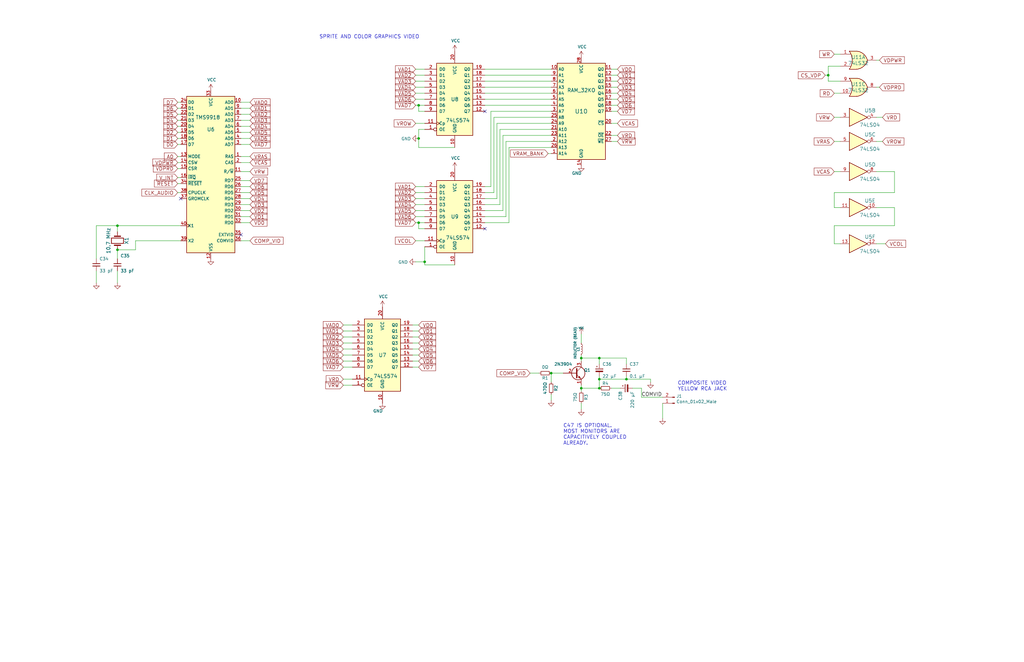
<source format=kicad_sch>
(kicad_sch (version 20211123) (generator eeschema)
  (paper "B")
  (lib_symbols
    (symbol "74xx:74LS04"
      (property "Reference" "U" (at 0 1.27 0))
      (property "Value" "74LS04" (at 0 -1.27 0))
      (symbol "74LS04_1_0"
        (pin input line (at -7.62 0 0) (length 3.81) (name "~") (number "1"))
        (pin output inverted (at 7.62 0 180) (length 3.81) (name "~") (number "2"))
      )
      (symbol "74LS04_2_0"
        (pin input line (at -7.62 0 0) (length 3.81) (name "~") (number "3"))
        (pin output inverted (at 7.62 0 180) (length 3.81) (name "~") (number "4"))
      )
      (symbol "74LS04_3_0"
        (pin input line (at -7.62 0 0) (length 3.81) (name "~") (number "5"))
        (pin output inverted (at 7.62 0 180) (length 3.81) (name "~") (number "6"))
      )
      (symbol "74LS04_4_0"
        (pin output inverted (at 7.62 0 180) (length 3.81) (name "~") (number "8"))
        (pin input line (at -7.62 0 0) (length 3.81) (name "~") (number "9"))
      )
      (symbol "74LS04_5_0"
        (pin output inverted (at 7.62 0 180) (length 3.81) (name "~") (number "10"))
        (pin input line (at -7.62 0 0) (length 3.81) (name "~") (number "11"))
      )
      (symbol "74LS04_6_0"
        (pin output inverted (at 7.62 0 180) (length 3.81) (name "~") (number "12"))
        (pin input line (at -7.62 0 0) (length 3.81) (name "~") (number "13"))
      )
      (symbol "74LS04_7_0"
        (pin power_in line (at 0 12.7 270) (length 5.08) (name "VCC") (number "14"))
        (pin power_in line (at 0 -12.7 90) (length 5.08) (name "GND") (number "7"))
      )
    )
    (symbol "74xx:74LS32" (pin_names (offset 1.016))
      (property "Reference" "U" (at 0 1.27 0))
      (property "Value" "74LS32" (at 0 -1.27 0))
      (symbol "74LS32_1_1"
        (pin input line (at -7.62 2.54 0) (length 4.318) (name "~") (number "1"))
        (pin input line (at -7.62 -2.54 0) (length 4.318) (name "~") (number "2"))
        (pin output line (at 7.62 0 180) (length 3.81) (name "~") (number "3"))
      )
      (symbol "74LS32_1_2"
        (pin input inverted (at -7.62 2.54 0) (length 3.81) (name "~") (number "1"))
        (pin input inverted (at -7.62 -2.54 0) (length 3.81) (name "~") (number "2"))
        (pin output inverted (at 7.62 0 180) (length 3.81) (name "~") (number "3"))
      )
      (symbol "74LS32_2_1"
        (pin input line (at -7.62 2.54 0) (length 4.318) (name "~") (number "4"))
        (pin input line (at -7.62 -2.54 0) (length 4.318) (name "~") (number "5"))
        (pin output line (at 7.62 0 180) (length 3.81) (name "~") (number "6"))
      )
      (symbol "74LS32_2_2"
        (pin input inverted (at -7.62 2.54 0) (length 3.81) (name "~") (number "4"))
        (pin input inverted (at -7.62 -2.54 0) (length 3.81) (name "~") (number "5"))
        (pin output inverted (at 7.62 0 180) (length 3.81) (name "~") (number "6"))
      )
      (symbol "74LS32_3_1"
        (pin input line (at -7.62 -2.54 0) (length 4.318) (name "~") (number "10"))
        (pin output line (at 7.62 0 180) (length 3.81) (name "~") (number "8"))
        (pin input line (at -7.62 2.54 0) (length 4.318) (name "~") (number "9"))
      )
      (symbol "74LS32_3_2"
        (pin input inverted (at -7.62 -2.54 0) (length 3.81) (name "~") (number "10"))
        (pin output inverted (at 7.62 0 180) (length 3.81) (name "~") (number "8"))
        (pin input inverted (at -7.62 2.54 0) (length 3.81) (name "~") (number "9"))
      )
      (symbol "74LS32_4_1"
        (pin output line (at 7.62 0 180) (length 3.81) (name "~") (number "11"))
        (pin input line (at -7.62 2.54 0) (length 4.318) (name "~") (number "12"))
        (pin input line (at -7.62 -2.54 0) (length 4.318) (name "~") (number "13"))
      )
      (symbol "74LS32_4_2"
        (pin output inverted (at 7.62 0 180) (length 3.81) (name "~") (number "11"))
        (pin input inverted (at -7.62 2.54 0) (length 3.81) (name "~") (number "12"))
        (pin input inverted (at -7.62 -2.54 0) (length 3.81) (name "~") (number "13"))
      )
      (symbol "74LS32_5_0"
        (pin power_in line (at 0 12.7 270) (length 5.08) (name "VCC") (number "14"))
        (pin power_in line (at 0 -12.7 90) (length 5.08) (name "GND") (number "7"))
      )
    )
    (symbol "74xx:74LS574" (pin_names (offset 1.016))
      (property "Reference" "U" (at -7.62 16.51 0))
      (property "Value" "74LS574" (at -7.62 -16.51 0))
      (symbol "74LS574_1_0"
        (pin input inverted (at -12.7 -12.7 0) (length 5.08) (name "OE") (number "1"))
        (pin power_in line (at 0 -20.32 90) (length 5.08) (name "GND") (number "10"))
        (pin input clock (at -12.7 -10.16 0) (length 5.08) (name "Cp") (number "11"))
        (pin tri_state line (at 12.7 -5.08 180) (length 5.08) (name "Q7") (number "12"))
        (pin tri_state line (at 12.7 -2.54 180) (length 5.08) (name "Q6") (number "13"))
        (pin tri_state line (at 12.7 0 180) (length 5.08) (name "Q5") (number "14"))
        (pin tri_state line (at 12.7 2.54 180) (length 5.08) (name "Q4") (number "15"))
        (pin tri_state line (at 12.7 5.08 180) (length 5.08) (name "Q3") (number "16"))
        (pin tri_state line (at 12.7 7.62 180) (length 5.08) (name "Q2") (number "17"))
        (pin tri_state line (at 12.7 10.16 180) (length 5.08) (name "Q1") (number "18"))
        (pin tri_state line (at 12.7 12.7 180) (length 5.08) (name "Q0") (number "19"))
        (pin input line (at -12.7 12.7 0) (length 5.08) (name "D0") (number "2"))
        (pin power_in line (at 0 20.32 270) (length 5.08) (name "VCC") (number "20"))
        (pin input line (at -12.7 10.16 0) (length 5.08) (name "D1") (number "3"))
        (pin input line (at -12.7 7.62 0) (length 5.08) (name "D2") (number "4"))
        (pin input line (at -12.7 5.08 0) (length 5.08) (name "D3") (number "5"))
        (pin input line (at -12.7 2.54 0) (length 5.08) (name "D4") (number "6"))
        (pin input line (at -12.7 0 0) (length 5.08) (name "D5") (number "7"))
        (pin input line (at -12.7 -2.54 0) (length 5.08) (name "D6") (number "8"))
        (pin input line (at -12.7 -5.08 0) (length 5.08) (name "D7") (number "9"))
      )
    )
    (symbol "CUSTOM_CPU:TMS9918"
      (property "Reference" "U" (at 0 0 0))
      (property "Value" "TMS9918" (at 0 -2.54 0))
      (symbol "TMS9918_1_1"
        (pin output line (at 13.97 -16.51 180) (length 2.54) (name "RAS") (number "1"))
        (pin output line (at 13.97 6.35 180) (length 2.54) (name "AD0") (number "10"))
        (pin output line (at 13.97 -22.86 180) (length 2.54) (name "R/~{W}") (number "11"))
        (pin power_in line (at 1.27 -59.69 90) (length 2.54) (name "VSS") (number "12"))
        (pin input line (at -11.43 -16.51 0) (length 2.54) (name "MODE") (number "13"))
        (pin input line (at -11.43 -19.05 0) (length 2.54) (name "CSW") (number "14"))
        (pin input line (at -11.43 -21.59 0) (length 2.54) (name "CSR") (number "15"))
        (pin open_collector line (at -11.43 -25.4 0) (length 2.54) (name "~{IRQ}") (number "16"))
        (pin bidirectional line (at -11.43 -11.43 0) (length 2.54) (name "D7") (number "17"))
        (pin bidirectional line (at -11.43 -8.89 0) (length 2.54) (name "D6") (number "18"))
        (pin bidirectional line (at -11.43 -6.35 0) (length 2.54) (name "D5") (number "19"))
        (pin output line (at 13.97 -19.05 180) (length 2.54) (name "CAS") (number "2"))
        (pin bidirectional line (at -11.43 -3.81 0) (length 2.54) (name "D4") (number "20"))
        (pin bidirectional line (at -11.43 -1.27 0) (length 2.54) (name "D3") (number "21"))
        (pin bidirectional line (at -11.43 1.27 0) (length 2.54) (name "D2") (number "22"))
        (pin bidirectional line (at -11.43 3.81 0) (length 2.54) (name "D1") (number "23"))
        (pin bidirectional line (at -11.43 6.35 0) (length 2.54) (name "D0") (number "24"))
        (pin output line (at 13.97 -26.67 180) (length 2.54) (name "RD7") (number "25"))
        (pin output line (at 13.97 -29.21 180) (length 2.54) (name "RD6") (number "26"))
        (pin output line (at 13.97 -31.75 180) (length 2.54) (name "RD5") (number "27"))
        (pin output line (at 13.97 -34.29 180) (length 2.54) (name "RD4") (number "28"))
        (pin output line (at 13.97 -36.83 180) (length 2.54) (name "RD3") (number "29"))
        (pin output line (at 13.97 -11.43 180) (length 2.54) (name "AD7") (number "3"))
        (pin output line (at 13.97 -39.37 180) (length 2.54) (name "RD2") (number "30"))
        (pin output line (at 13.97 -41.91 180) (length 2.54) (name "RD1") (number "31"))
        (pin output line (at 13.97 -44.45 180) (length 2.54) (name "RD0") (number "32"))
        (pin power_in line (at 1.27 11.43 270) (length 2.54) (name "VCC") (number "33"))
        (pin input line (at -11.43 -27.94 0) (length 2.54) (name "~{RESET}") (number "34"))
        (pin input line (at 13.97 -49.53 180) (length 2.54) (name "EXTVID") (number "35"))
        (pin output line (at 13.97 -52.07 180) (length 2.54) (name "COMVID") (number "36"))
        (pin input line (at -11.43 -34.29 0) (length 2.54) (name "GROMCLK") (number "37"))
        (pin output line (at -11.43 -31.75 0) (length 2.54) (name "CPUCLK") (number "38"))
        (pin input line (at -11.43 -52.07 0) (length 2.54) (name "X2") (number "39"))
        (pin output line (at 13.97 -8.89 180) (length 2.54) (name "AD6") (number "4"))
        (pin input clock (at -11.43 -45.72 0) (length 2.54) (name "X1") (number "40"))
        (pin output line (at 13.97 -6.35 180) (length 2.54) (name "AD5") (number "5"))
        (pin output line (at 13.97 -3.81 180) (length 2.54) (name "AD4") (number "6"))
        (pin output line (at 13.97 -1.27 180) (length 2.54) (name "AD3") (number "7"))
        (pin output line (at 13.97 1.27 180) (length 2.54) (name "AD2") (number "8"))
        (pin output line (at 13.97 3.81 180) (length 2.54) (name "AD1") (number "9"))
      )
    )
    (symbol "Connector:Conn_01x02_Male" (pin_names (offset 1.016) hide)
      (property "Reference" "J" (at 0 2.54 0))
      (property "Value" "Conn_01x02_Male" (at 0 -5.08 0))
      (symbol "Conn_01x02_Male_1_1"
        (pin passive line (at 5.08 0 180) (length 3.81) (name "Pin_1") (number "1"))
        (pin passive line (at 5.08 -2.54 180) (length 3.81) (name "Pin_2") (number "2"))
      )
    )
    (symbol "Device:C_Polarized_Small" (pin_numbers hide) (pin_names (offset 0.254) hide)
      (property "Reference" "C" (at 0.254 1.778 0))
      (property "Value" "C_Polarized_Small" (at 0.254 -2.032 0))
      (symbol "C_Polarized_Small_1_1"
        (pin passive line (at 0 2.54 270) (length 1.8542) (name "~") (number "1"))
        (pin passive line (at 0 -2.54 90) (length 1.8542) (name "~") (number "2"))
      )
    )
    (symbol "Device:C_Small" (pin_numbers hide) (pin_names (offset 0.254) hide)
      (property "Reference" "C" (at 0.254 1.778 0))
      (property "Value" "C_Small" (at 0.254 -2.032 0))
      (symbol "C_Small_1_1"
        (pin passive line (at 0 2.54 270) (length 2.032) (name "~") (number "1"))
        (pin passive line (at 0 -2.54 90) (length 2.032) (name "~") (number "2"))
      )
    )
    (symbol "Device:Crystal" (pin_numbers hide) (pin_names (offset 1.016) hide)
      (property "Reference" "Y" (at 0 3.81 0))
      (property "Value" "Crystal" (at 0 -3.81 0))
      (symbol "Crystal_1_1"
        (pin passive line (at -3.81 0 0) (length 1.27) (name "1") (number "1"))
        (pin passive line (at 3.81 0 180) (length 1.27) (name "2") (number "2"))
      )
    )
    (symbol "Device:L_Small" (pin_numbers hide) (pin_names (offset 0.254) hide)
      (property "Reference" "L" (at 0.762 1.016 0))
      (property "Value" "L_Small" (at 0.762 -1.016 0))
      (symbol "L_Small_1_1"
        (pin passive line (at 0 2.54 270) (length 0.508) (name "~") (number "1"))
        (pin passive line (at 0 -2.54 90) (length 0.508) (name "~") (number "2"))
      )
    )
    (symbol "Device:Q_NPN_EBC" (pin_names (offset 0) hide)
      (property "Reference" "Q" (at 5.08 1.27 0))
      (property "Value" "Q_NPN_EBC" (at 5.08 -1.27 0))
      (symbol "Q_NPN_EBC_1_1"
        (pin passive line (at 2.54 -5.08 90) (length 2.54) (name "E") (number "1"))
        (pin passive line (at -5.08 0 0) (length 5.715) (name "B") (number "2"))
        (pin passive line (at 2.54 5.08 270) (length 2.54) (name "C") (number "3"))
      )
    )
    (symbol "Device:R_Small" (pin_numbers hide) (pin_names (offset 0.254) hide)
      (property "Reference" "R" (at 0.762 0.508 0))
      (property "Value" "R_Small" (at 0.762 -1.016 0))
      (symbol "R_Small_1_1"
        (pin passive line (at 0 2.54 270) (length 0.762) (name "~") (number "1"))
        (pin passive line (at 0 -2.54 90) (length 0.762) (name "~") (number "2"))
      )
    )
    (symbol "Memory_RAM:CY62256-70PC"
      (property "Reference" "U" (at -10.16 20.955 0))
      (property "Value" "CY62256-70PC" (at 2.54 20.955 0))
      (symbol "CY62256-70PC_0_0"
        (pin power_in line (at 0 -22.86 90) (length 2.54) (name "GND") (number "14"))
        (pin power_in line (at 0 22.86 270) (length 2.54) (name "VCC") (number "28"))
      )
      (symbol "CY62256-70PC_1_1"
        (pin input line (at -12.7 -17.78 0) (length 2.54) (name "A14") (number "1"))
        (pin input line (at -12.7 17.78 0) (length 2.54) (name "A0") (number "10"))
        (pin tri_state line (at 12.7 17.78 180) (length 2.54) (name "Q0") (number "11"))
        (pin tri_state line (at 12.7 15.24 180) (length 2.54) (name "Q1") (number "12"))
        (pin tri_state line (at 12.7 12.7 180) (length 2.54) (name "Q2") (number "13"))
        (pin tri_state line (at 12.7 10.16 180) (length 2.54) (name "Q3") (number "15"))
        (pin tri_state line (at 12.7 7.62 180) (length 2.54) (name "Q4") (number "16"))
        (pin tri_state line (at 12.7 5.08 180) (length 2.54) (name "Q5") (number "17"))
        (pin tri_state line (at 12.7 2.54 180) (length 2.54) (name "Q6") (number "18"))
        (pin tri_state line (at 12.7 0 180) (length 2.54) (name "Q7") (number "19"))
        (pin input line (at -12.7 -12.7 0) (length 2.54) (name "A12") (number "2"))
        (pin input line (at 12.7 -5.08 180) (length 2.54) (name "~{CS}") (number "20"))
        (pin input line (at -12.7 -7.62 0) (length 2.54) (name "A10") (number "21"))
        (pin input line (at 12.7 -10.16 180) (length 2.54) (name "~{OE}") (number "22"))
        (pin input line (at -12.7 -10.16 0) (length 2.54) (name "A11") (number "23"))
        (pin input line (at -12.7 -5.08 0) (length 2.54) (name "A9") (number "24"))
        (pin input line (at -12.7 -2.54 0) (length 2.54) (name "A8") (number "25"))
        (pin input line (at -12.7 -15.24 0) (length 2.54) (name "A13") (number "26"))
        (pin input line (at 12.7 -12.7 180) (length 2.54) (name "~{WE}") (number "27"))
        (pin input line (at -12.7 0 0) (length 2.54) (name "A7") (number "3"))
        (pin input line (at -12.7 2.54 0) (length 2.54) (name "A6") (number "4"))
        (pin input line (at -12.7 5.08 0) (length 2.54) (name "A5") (number "5"))
        (pin input line (at -12.7 7.62 0) (length 2.54) (name "A4") (number "6"))
        (pin input line (at -12.7 10.16 0) (length 2.54) (name "A3") (number "7"))
        (pin input line (at -12.7 12.7 0) (length 2.54) (name "A2") (number "8"))
        (pin input line (at -12.7 15.24 0) (length 2.54) (name "A1") (number "9"))
      )
    )
    (symbol "power:GND" (power) (pin_names (offset 0))
      (property "Value" "GND" (at 0 -3.81 0))
      (symbol "GND_1_1"
        (pin power_in line (at 0 0 270) (length 0) hide (name "GND") (number "1"))
      )
    )
    (symbol "power:VCC" (power) (pin_names (offset 0))
      (property "Value" "VCC" (at 0 3.81 0))
      (symbol "VCC_1_1"
        (pin power_in line (at 0 0 90) (length 0) hide (name "VCC") (number "1"))
      )
    )
  )
  (junction (at 245.11 151.13))
  (junction (at 49.53 95.25))
  (junction (at 349.25 31.75))
  (junction (at 176.53 44.45))
  (junction (at 232.41 157.48))
  (junction (at 252.73 163.83))
  (junction (at 49.53 105.41))
  (junction (at 176.53 58.42))
  (junction (at 252.73 160.02))
  (junction (at 252.73 151.13))
  (junction (at 176.53 93.98))
  (junction (at 245.11 163.83))
  (junction (at 264.16 160.02))
  (junction (at 179.07 110.49))
  (no_connect (at 101.6 99.06))
  (no_connect (at 204.47 46.99))
  (no_connect (at 204.47 96.52))
  (no_connect (at 76.2 83.82))
  (wire (pts (xy 245.11 170.18) (xy 245.11 172.72)))
  (wire (pts (xy 257.81 31.75) (xy 260.35 31.75)))
  (wire (pts (xy 351.79 87.63) (xy 354.33 87.63)))
  (wire (pts (xy 210.82 54.61) (xy 232.41 54.61)))
  (wire (pts (xy 191.77 111.76) (xy 179.07 111.76)))
  (wire (pts (xy 144.78 139.7) (xy 148.59 139.7)))
  (wire (pts (xy 191.77 62.23) (xy 176.53 62.23)))
  (wire (pts (xy 266.7 163.83) (xy 270.51 163.83)))
  (wire (pts (xy 175.26 88.9) (xy 179.07 88.9)))
  (wire (pts (xy 204.47 31.75) (xy 232.41 31.75)))
  (wire (pts (xy 74.93 68.58) (xy 76.2 68.58)))
  (wire (pts (xy 74.93 58.42) (xy 76.2 58.42)))
  (wire (pts (xy 175.26 29.21) (xy 179.07 29.21)))
  (wire (pts (xy 101.6 72.39) (xy 105.41 72.39)))
  (wire (pts (xy 175.26 52.07) (xy 179.07 52.07)))
  (wire (pts (xy 74.93 43.18) (xy 76.2 43.18)))
  (wire (pts (xy 144.78 142.24) (xy 148.59 142.24)))
  (wire (pts (xy 257.81 57.15) (xy 260.35 57.15)))
  (wire (pts (xy 257.81 59.69) (xy 260.35 59.69)))
  (wire (pts (xy 173.99 142.24) (xy 176.53 142.24)))
  (wire (pts (xy 245.11 151.13) (xy 245.11 152.4)))
  (wire (pts (xy 175.26 44.45) (xy 176.53 44.45)))
  (wire (pts (xy 101.6 58.42) (xy 105.41 58.42)))
  (wire (pts (xy 369.57 25.4) (xy 370.84 25.4)))
  (wire (pts (xy 209.55 83.82) (xy 209.55 52.07)))
  (wire (pts (xy 74.93 60.96) (xy 76.2 60.96)))
  (wire (pts (xy 369.57 72.39) (xy 377.19 72.39)))
  (wire (pts (xy 101.6 86.36) (xy 105.41 86.36)))
  (wire (pts (xy 214.63 93.98) (xy 214.63 62.23)))
  (wire (pts (xy 179.07 96.52) (xy 176.53 96.52)))
  (wire (pts (xy 76.2 101.6) (xy 57.15 101.6)))
  (wire (pts (xy 252.73 163.83) (xy 252.73 160.02)))
  (wire (pts (xy 369.57 36.83) (xy 370.84 36.83)))
  (wire (pts (xy 179.07 111.76) (xy 179.07 110.49)))
  (wire (pts (xy 173.99 152.4) (xy 176.53 152.4)))
  (wire (pts (xy 101.6 43.18) (xy 105.41 43.18)))
  (wire (pts (xy 232.41 166.37) (xy 232.41 168.91)))
  (wire (pts (xy 270.51 167.64) (xy 279.4 167.64)))
  (wire (pts (xy 101.6 45.72) (xy 105.41 45.72)))
  (wire (pts (xy 204.47 86.36) (xy 210.82 86.36)))
  (wire (pts (xy 204.47 41.91) (xy 232.41 41.91)))
  (wire (pts (xy 74.93 45.72) (xy 76.2 45.72)))
  (wire (pts (xy 207.01 46.99) (xy 232.41 46.99)))
  (wire (pts (xy 245.11 162.56) (xy 245.11 163.83)))
  (wire (pts (xy 231.14 64.77) (xy 232.41 64.77)))
  (wire (pts (xy 173.99 147.32) (xy 176.53 147.32)))
  (wire (pts (xy 175.26 91.44) (xy 179.07 91.44)))
  (wire (pts (xy 179.07 46.99) (xy 176.53 46.99)))
  (wire (pts (xy 144.78 149.86) (xy 148.59 149.86)))
  (wire (pts (xy 257.81 29.21) (xy 260.35 29.21)))
  (wire (pts (xy 369.57 87.63) (xy 377.19 87.63)))
  (wire (pts (xy 101.6 55.88) (xy 105.41 55.88)))
  (wire (pts (xy 257.81 39.37) (xy 260.35 39.37)))
  (wire (pts (xy 252.73 151.13) (xy 252.73 153.67)))
  (wire (pts (xy 257.81 34.29) (xy 260.35 34.29)))
  (wire (pts (xy 204.47 29.21) (xy 232.41 29.21)))
  (wire (pts (xy 274.32 160.02) (xy 274.32 161.29)))
  (wire (pts (xy 354.33 34.29) (xy 349.25 34.29)))
  (wire (pts (xy 232.41 157.48) (xy 232.41 161.29)))
  (wire (pts (xy 377.19 72.39) (xy 377.19 81.28)))
  (wire (pts (xy 173.99 137.16) (xy 176.53 137.16)))
  (wire (pts (xy 257.81 46.99) (xy 260.35 46.99)))
  (wire (pts (xy 252.73 160.02) (xy 264.16 160.02)))
  (wire (pts (xy 179.07 104.14) (xy 179.07 110.49)))
  (wire (pts (xy 351.79 102.87) (xy 354.33 102.87)))
  (wire (pts (xy 176.53 44.45) (xy 176.53 46.99)))
  (wire (pts (xy 204.47 34.29) (xy 232.41 34.29)))
  (wire (pts (xy 74.93 77.47) (xy 76.2 77.47)))
  (wire (pts (xy 49.53 95.25) (xy 76.2 95.25)))
  (wire (pts (xy 351.79 59.69) (xy 354.33 59.69)))
  (wire (pts (xy 144.78 144.78) (xy 148.59 144.78)))
  (wire (pts (xy 175.26 39.37) (xy 179.07 39.37)))
  (wire (pts (xy 101.6 78.74) (xy 105.41 78.74)))
  (wire (pts (xy 175.26 41.91) (xy 179.07 41.91)))
  (wire (pts (xy 207.01 78.74) (xy 207.01 46.99)))
  (wire (pts (xy 213.36 91.44) (xy 213.36 59.69)))
  (wire (pts (xy 176.53 62.23) (xy 176.53 58.42)))
  (wire (pts (xy 257.81 163.83) (xy 261.62 163.83)))
  (wire (pts (xy 175.26 81.28) (xy 179.07 81.28)))
  (wire (pts (xy 204.47 93.98) (xy 214.63 93.98)))
  (wire (pts (xy 144.78 154.94) (xy 148.59 154.94)))
  (wire (pts (xy 351.79 39.37) (xy 354.33 39.37)))
  (wire (pts (xy 264.16 158.75) (xy 264.16 160.02)))
  (wire (pts (xy 214.63 62.23) (xy 232.41 62.23)))
  (wire (pts (xy 49.53 114.3) (xy 49.53 119.38)))
  (wire (pts (xy 213.36 59.69) (xy 232.41 59.69)))
  (wire (pts (xy 223.52 157.48) (xy 227.33 157.48)))
  (wire (pts (xy 175.26 34.29) (xy 179.07 34.29)))
  (wire (pts (xy 74.93 66.04) (xy 76.2 66.04)))
  (wire (pts (xy 144.78 147.32) (xy 148.59 147.32)))
  (wire (pts (xy 176.53 54.61) (xy 176.53 58.42)))
  (wire (pts (xy 257.81 44.45) (xy 260.35 44.45)))
  (wire (pts (xy 176.53 96.52) (xy 176.53 93.98)))
  (wire (pts (xy 208.28 81.28) (xy 208.28 49.53)))
  (wire (pts (xy 74.93 74.93) (xy 76.2 74.93)))
  (wire (pts (xy 49.53 105.41) (xy 49.53 109.22)))
  (wire (pts (xy 101.6 50.8) (xy 105.41 50.8)))
  (wire (pts (xy 252.73 151.13) (xy 264.16 151.13)))
  (wire (pts (xy 74.93 50.8) (xy 76.2 50.8)))
  (wire (pts (xy 377.19 87.63) (xy 377.19 95.25)))
  (wire (pts (xy 176.53 44.45) (xy 179.07 44.45)))
  (wire (pts (xy 354.33 27.94) (xy 349.25 27.94)))
  (wire (pts (xy 204.47 78.74) (xy 207.01 78.74)))
  (wire (pts (xy 101.6 60.96) (xy 105.41 60.96)))
  (wire (pts (xy 40.64 95.25) (xy 40.64 109.22)))
  (wire (pts (xy 264.16 151.13) (xy 264.16 153.67)))
  (wire (pts (xy 179.07 54.61) (xy 176.53 54.61)))
  (wire (pts (xy 279.4 170.18) (xy 279.4 176.53)))
  (wire (pts (xy 175.26 93.98) (xy 176.53 93.98)))
  (wire (pts (xy 210.82 86.36) (xy 210.82 54.61)))
  (wire (pts (xy 101.6 66.04) (xy 105.41 66.04)))
  (wire (pts (xy 175.26 78.74) (xy 179.07 78.74)))
  (wire (pts (xy 209.55 52.07) (xy 232.41 52.07)))
  (wire (pts (xy 101.6 48.26) (xy 105.41 48.26)))
  (wire (pts (xy 369.57 59.69) (xy 372.11 59.69)))
  (wire (pts (xy 349.25 27.94) (xy 349.25 31.75)))
  (wire (pts (xy 179.07 110.49) (xy 175.26 110.49)))
  (wire (pts (xy 101.6 68.58) (xy 105.41 68.58)))
  (wire (pts (xy 245.11 140.97) (xy 245.11 144.78)))
  (wire (pts (xy 369.57 102.87) (xy 373.38 102.87)))
  (wire (pts (xy 351.79 81.28) (xy 351.79 87.63)))
  (wire (pts (xy 257.81 52.07) (xy 260.35 52.07)))
  (wire (pts (xy 175.26 86.36) (xy 179.07 86.36)))
  (wire (pts (xy 173.99 144.78) (xy 176.53 144.78)))
  (wire (pts (xy 204.47 44.45) (xy 232.41 44.45)))
  (wire (pts (xy 245.11 149.86) (xy 245.11 151.13)))
  (wire (pts (xy 257.81 36.83) (xy 260.35 36.83)))
  (wire (pts (xy 212.09 57.15) (xy 232.41 57.15)))
  (wire (pts (xy 175.26 31.75) (xy 179.07 31.75)))
  (wire (pts (xy 176.53 93.98) (xy 179.07 93.98)))
  (wire (pts (xy 204.47 36.83) (xy 232.41 36.83)))
  (wire (pts (xy 204.47 39.37) (xy 232.41 39.37)))
  (wire (pts (xy 144.78 152.4) (xy 148.59 152.4)))
  (wire (pts (xy 101.6 81.28) (xy 105.41 81.28)))
  (wire (pts (xy 377.19 95.25) (xy 351.79 95.25)))
  (wire (pts (xy 101.6 76.2) (xy 105.41 76.2)))
  (wire (pts (xy 245.11 163.83) (xy 245.11 165.1)))
  (wire (pts (xy 377.19 81.28) (xy 351.79 81.28)))
  (wire (pts (xy 257.81 41.91) (xy 260.35 41.91)))
  (wire (pts (xy 175.26 36.83) (xy 179.07 36.83)))
  (wire (pts (xy 208.28 49.53) (xy 232.41 49.53)))
  (wire (pts (xy 40.64 114.3) (xy 40.64 119.38)))
  (wire (pts (xy 204.47 81.28) (xy 208.28 81.28)))
  (wire (pts (xy 351.79 72.39) (xy 354.33 72.39)))
  (wire (pts (xy 175.26 101.6) (xy 179.07 101.6)))
  (wire (pts (xy 204.47 88.9) (xy 212.09 88.9)))
  (wire (pts (xy 57.15 101.6) (xy 57.15 105.41)))
  (wire (pts (xy 173.99 139.7) (xy 176.53 139.7)))
  (wire (pts (xy 264.16 160.02) (xy 274.32 160.02)))
  (wire (pts (xy 101.6 91.44) (xy 105.41 91.44)))
  (wire (pts (xy 349.25 31.75) (xy 349.25 34.29)))
  (wire (pts (xy 40.64 95.25) (xy 49.53 95.25)))
  (wire (pts (xy 49.53 95.25) (xy 49.53 97.79)))
  (wire (pts (xy 101.6 88.9) (xy 105.41 88.9)))
  (wire (pts (xy 101.6 93.98) (xy 105.41 93.98)))
  (wire (pts (xy 74.93 71.12) (xy 76.2 71.12)))
  (wire (pts (xy 204.47 91.44) (xy 213.36 91.44)))
  (wire (pts (xy 351.79 95.25) (xy 351.79 102.87)))
  (wire (pts (xy 74.93 55.88) (xy 76.2 55.88)))
  (wire (pts (xy 144.78 137.16) (xy 148.59 137.16)))
  (wire (pts (xy 101.6 83.82) (xy 105.41 83.82)))
  (wire (pts (xy 369.57 49.53) (xy 372.11 49.53)))
  (wire (pts (xy 173.99 154.94) (xy 176.53 154.94)))
  (wire (pts (xy 101.6 53.34) (xy 105.41 53.34)))
  (wire (pts (xy 351.79 22.86) (xy 354.33 22.86)))
  (wire (pts (xy 74.93 53.34) (xy 76.2 53.34)))
  (wire (pts (xy 57.15 105.41) (xy 49.53 105.41)))
  (wire (pts (xy 74.93 81.28) (xy 76.2 81.28)))
  (wire (pts (xy 101.6 101.6) (xy 105.41 101.6)))
  (wire (pts (xy 173.99 149.86) (xy 176.53 149.86)))
  (wire (pts (xy 245.11 151.13) (xy 252.73 151.13)))
  (wire (pts (xy 204.47 83.82) (xy 209.55 83.82)))
  (wire (pts (xy 270.51 163.83) (xy 270.51 167.64)))
  (wire (pts (xy 175.26 83.82) (xy 179.07 83.82)))
  (wire (pts (xy 347.98 31.75) (xy 349.25 31.75)))
  (wire (pts (xy 212.09 88.9) (xy 212.09 57.15)))
  (wire (pts (xy 232.41 157.48) (xy 237.49 157.48)))
  (wire (pts (xy 144.78 162.56) (xy 148.59 162.56)))
  (wire (pts (xy 252.73 160.02) (xy 252.73 158.75)))
  (wire (pts (xy 351.79 49.53) (xy 354.33 49.53)))
  (wire (pts (xy 74.93 48.26) (xy 76.2 48.26)))
  (wire (pts (xy 144.78 160.02) (xy 148.59 160.02)))
  (wire (pts (xy 245.11 163.83) (xy 252.73 163.83)))
  (text "SPRITE AND COLOR GRAPHICS VIDEO" (at 134.62 16.51 0) (effects (font (size 1.524 1.524)) (justify left bottom)))
  (text "COMPOSITE VIDEO\nYELLOW RCA JACK" (at 285.75 165.1 0) (effects (font (size 1.524 1.524)) (justify left bottom)))
  (text "C47 IS OPTIONAL.\nMOST MONITORS ARE\nCAPACITIVELY COUPLED\nALREADY." (at 237.49 187.96 0) (effects (font (size 1.524 1.524)) (justify left bottom)))
  (label "COMVID" (at 270.51 167.64 0) (effects (font (size 1.524 1.524))))
  (global_label "VRW" (shape input) (at 260.35 59.69 0) (effects (font (size 1.524 1.524))) (property "Intersheet References" "${INTERSHEET_REFS}" (effects hide)))
  (global_label "VRD" (shape input) (at 372.11 49.53 0) (effects (font (size 1.524 1.524))) (property "Intersheet References" "${INTERSHEET_REFS}" (effects hide)))
  (global_label "CS_VDP" (shape input) (at 347.98 31.75 180) (effects (font (size 1.524 1.524))) (property "Intersheet References" "${INTERSHEET_REFS}" (effects hide)))
  (global_label "WR" (shape input) (at 351.79 22.86 180) (effects (font (size 1.524 1.524))) (property "Intersheet References" "${INTERSHEET_REFS}" (effects hide)))
  (global_label "VROW" (shape input) (at 175.26 52.07 180) (effects (font (size 1.524 1.524))) (property "Intersheet References" "${INTERSHEET_REFS}" (effects hide)))
  (global_label "VD2" (shape input) (at 105.41 88.9 0) (effects (font (size 1.524 1.524))) (property "Intersheet References" "${INTERSHEET_REFS}" (effects hide)))
  (global_label "COMP_VID" (shape input) (at 105.41 101.6 0) (effects (font (size 1.524 1.524))) (property "Intersheet References" "${INTERSHEET_REFS}" (effects hide)))
  (global_label "RD" (shape input) (at 351.79 39.37 180) (effects (font (size 1.524 1.524))) (property "Intersheet References" "${INTERSHEET_REFS}" (effects hide)))
  (global_label "VAD2" (shape input) (at 175.26 31.75 180) (effects (font (size 1.524 1.524))) (property "Intersheet References" "${INTERSHEET_REFS}" (effects hide)))
  (global_label "VAD3" (shape input) (at 175.26 83.82 180) (effects (font (size 1.524 1.524))) (property "Intersheet References" "${INTERSHEET_REFS}" (effects hide)))
  (global_label "VCAS" (shape input) (at 351.79 72.39 180) (effects (font (size 1.524 1.524))) (property "Intersheet References" "${INTERSHEET_REFS}" (effects hide)))
  (global_label "VD7" (shape input) (at 176.53 154.94 0) (effects (font (size 1.524 1.524))) (property "Intersheet References" "${INTERSHEET_REFS}" (effects hide)))
  (global_label "VAD6" (shape input) (at 175.26 91.44 180) (effects (font (size 1.524 1.524))) (property "Intersheet References" "${INTERSHEET_REFS}" (effects hide)))
  (global_label "VCAS" (shape input) (at 105.41 68.58 0) (effects (font (size 1.524 1.524))) (property "Intersheet References" "${INTERSHEET_REFS}" (effects hide)))
  (global_label "RESET" (shape input) (at 74.93 77.47 180) (effects (font (size 1.524 1.524))) (property "Intersheet References" "${INTERSHEET_REFS}" (effects hide)))
  (global_label "VD0" (shape input) (at 260.35 29.21 0) (effects (font (size 1.524 1.524))) (property "Intersheet References" "${INTERSHEET_REFS}" (effects hide)))
  (global_label "VAD6" (shape input) (at 144.78 152.4 180) (effects (font (size 1.524 1.524))) (property "Intersheet References" "${INTERSHEET_REFS}" (effects hide)))
  (global_label "VAD1" (shape input) (at 175.26 78.74 180) (effects (font (size 1.524 1.524))) (property "Intersheet References" "${INTERSHEET_REFS}" (effects hide)))
  (global_label "VD0" (shape input) (at 105.41 93.98 0) (effects (font (size 1.524 1.524))) (property "Intersheet References" "${INTERSHEET_REFS}" (effects hide)))
  (global_label "VRD" (shape input) (at 144.78 160.02 180) (effects (font (size 1.524 1.524))) (property "Intersheet References" "${INTERSHEET_REFS}" (effects hide)))
  (global_label "VD4" (shape input) (at 105.41 83.82 0) (effects (font (size 1.524 1.524))) (property "Intersheet References" "${INTERSHEET_REFS}" (effects hide)))
  (global_label "VCOL" (shape input) (at 175.26 101.6 180) (effects (font (size 1.524 1.524))) (property "Intersheet References" "${INTERSHEET_REFS}" (effects hide)))
  (global_label "V_INT" (shape input) (at 74.93 74.93 180) (effects (font (size 1.524 1.524))) (property "Intersheet References" "${INTERSHEET_REFS}" (effects hide)))
  (global_label "VD4" (shape input) (at 176.53 147.32 0) (effects (font (size 1.524 1.524))) (property "Intersheet References" "${INTERSHEET_REFS}" (effects hide)))
  (global_label "D3" (shape input) (at 74.93 53.34 180) (effects (font (size 1.524 1.524))) (property "Intersheet References" "${INTERSHEET_REFS}" (effects hide)))
  (global_label "A0" (shape input) (at 74.93 66.04 180) (effects (font (size 1.524 1.524))) (property "Intersheet References" "${INTERSHEET_REFS}" (effects hide)))
  (global_label "COMP_VID" (shape input) (at 223.52 157.48 180) (effects (font (size 1.524 1.524))) (property "Intersheet References" "${INTERSHEET_REFS}" (effects hide)))
  (global_label "CLK_AUDIO" (shape input) (at 74.93 81.28 180) (effects (font (size 1.524 1.524))) (property "Intersheet References" "${INTERSHEET_REFS}" (effects hide)))
  (global_label "VAD1" (shape input) (at 105.41 45.72 0) (effects (font (size 1.524 1.524))) (property "Intersheet References" "${INTERSHEET_REFS}" (effects hide)))
  (global_label "VD5" (shape input) (at 176.53 149.86 0) (effects (font (size 1.524 1.524))) (property "Intersheet References" "${INTERSHEET_REFS}" (effects hide)))
  (global_label "VD3" (shape input) (at 260.35 36.83 0) (effects (font (size 1.524 1.524))) (property "Intersheet References" "${INTERSHEET_REFS}" (effects hide)))
  (global_label "D5" (shape input) (at 74.93 48.26 180) (effects (font (size 1.524 1.524))) (property "Intersheet References" "${INTERSHEET_REFS}" (effects hide)))
  (global_label "VDPRD" (shape input) (at 370.84 36.83 0) (effects (font (size 1.524 1.524))) (property "Intersheet References" "${INTERSHEET_REFS}" (effects hide)))
  (global_label "VD1" (shape input) (at 105.41 91.44 0) (effects (font (size 1.524 1.524))) (property "Intersheet References" "${INTERSHEET_REFS}" (effects hide)))
  (global_label "VAD5" (shape input) (at 144.78 149.86 180) (effects (font (size 1.524 1.524))) (property "Intersheet References" "${INTERSHEET_REFS}" (effects hide)))
  (global_label "VD6" (shape input) (at 105.41 78.74 0) (effects (font (size 1.524 1.524))) (property "Intersheet References" "${INTERSHEET_REFS}" (effects hide)))
  (global_label "VD0" (shape input) (at 176.53 137.16 0) (effects (font (size 1.524 1.524))) (property "Intersheet References" "${INTERSHEET_REFS}" (effects hide)))
  (global_label "VD3" (shape input) (at 176.53 144.78 0) (effects (font (size 1.524 1.524))) (property "Intersheet References" "${INTERSHEET_REFS}" (effects hide)))
  (global_label "VAD6" (shape input) (at 175.26 41.91 180) (effects (font (size 1.524 1.524))) (property "Intersheet References" "${INTERSHEET_REFS}" (effects hide)))
  (global_label "D0" (shape input) (at 74.93 60.96 180) (effects (font (size 1.524 1.524))) (property "Intersheet References" "${INTERSHEET_REFS}" (effects hide)))
  (global_label "VD5" (shape input) (at 105.41 81.28 0) (effects (font (size 1.524 1.524))) (property "Intersheet References" "${INTERSHEET_REFS}" (effects hide)))
  (global_label "VAD7" (shape input) (at 144.78 154.94 180) (effects (font (size 1.524 1.524))) (property "Intersheet References" "${INTERSHEET_REFS}" (effects hide)))
  (global_label "D2" (shape input) (at 74.93 55.88 180) (effects (font (size 1.524 1.524))) (property "Intersheet References" "${INTERSHEET_REFS}" (effects hide)))
  (global_label "VAD1" (shape input) (at 175.26 29.21 180) (effects (font (size 1.524 1.524))) (property "Intersheet References" "${INTERSHEET_REFS}" (effects hide)))
  (global_label "VCAS" (shape input) (at 260.35 52.07 0) (effects (font (size 1.524 1.524))) (property "Intersheet References" "${INTERSHEET_REFS}" (effects hide)))
  (global_label "VAD1" (shape input) (at 144.78 139.7 180) (effects (font (size 1.524 1.524))) (property "Intersheet References" "${INTERSHEET_REFS}" (effects hide)))
  (global_label "VAD0" (shape input) (at 144.78 137.16 180) (effects (font (size 1.524 1.524))) (property "Intersheet References" "${INTERSHEET_REFS}" (effects hide)))
  (global_label "VAD7" (shape input) (at 175.26 93.98 180) (effects (font (size 1.524 1.524))) (property "Intersheet References" "${INTERSHEET_REFS}" (effects hide)))
  (global_label "VD7" (shape input) (at 105.41 76.2 0) (effects (font (size 1.524 1.524))) (property "Intersheet References" "${INTERSHEET_REFS}" (effects hide)))
  (global_label "VROW" (shape input) (at 372.11 59.69 0) (effects (font (size 1.524 1.524))) (property "Intersheet References" "${INTERSHEET_REFS}" (effects hide)))
  (global_label "VD6" (shape input) (at 176.53 152.4 0) (effects (font (size 1.524 1.524))) (property "Intersheet References" "${INTERSHEET_REFS}" (effects hide)))
  (global_label "VAD5" (shape input) (at 105.41 55.88 0) (effects (font (size 1.524 1.524))) (property "Intersheet References" "${INTERSHEET_REFS}" (effects hide)))
  (global_label "VAD2" (shape input) (at 144.78 142.24 180) (effects (font (size 1.524 1.524))) (property "Intersheet References" "${INTERSHEET_REFS}" (effects hide)))
  (global_label "VD3" (shape input) (at 105.41 86.36 0) (effects (font (size 1.524 1.524))) (property "Intersheet References" "${INTERSHEET_REFS}" (effects hide)))
  (global_label "D7" (shape input) (at 74.93 43.18 180) (effects (font (size 1.524 1.524))) (property "Intersheet References" "${INTERSHEET_REFS}" (effects hide)))
  (global_label "VAD7" (shape input) (at 175.26 44.45 180) (effects (font (size 1.524 1.524))) (property "Intersheet References" "${INTERSHEET_REFS}" (effects hide)))
  (global_label "VDPRD" (shape input) (at 74.93 71.12 180) (effects (font (size 1.524 1.524))) (property "Intersheet References" "${INTERSHEET_REFS}" (effects hide)))
  (global_label "VRAS" (shape input) (at 351.79 59.69 180) (effects (font (size 1.524 1.524))) (property "Intersheet References" "${INTERSHEET_REFS}" (effects hide)))
  (global_label "VAD3" (shape input) (at 144.78 144.78 180) (effects (font (size 1.524 1.524))) (property "Intersheet References" "${INTERSHEET_REFS}" (effects hide)))
  (global_label "VD2" (shape input) (at 176.53 142.24 0) (effects (font (size 1.524 1.524))) (property "Intersheet References" "${INTERSHEET_REFS}" (effects hide)))
  (global_label "D1" (shape input) (at 74.93 58.42 180) (effects (font (size 1.524 1.524))) (property "Intersheet References" "${INTERSHEET_REFS}" (effects hide)))
  (global_label "D6" (shape input) (at 74.93 45.72 180) (effects (font (size 1.524 1.524))) (property "Intersheet References" "${INTERSHEET_REFS}" (effects hide)))
  (global_label "VD5" (shape input) (at 260.35 41.91 0) (effects (font (size 1.524 1.524))) (property "Intersheet References" "${INTERSHEET_REFS}" (effects hide)))
  (global_label "VAD4" (shape input) (at 105.41 53.34 0) (effects (font (size 1.524 1.524))) (property "Intersheet References" "${INTERSHEET_REFS}" (effects hide)))
  (global_label "VAD2" (shape input) (at 105.41 48.26 0) (effects (font (size 1.524 1.524))) (property "Intersheet References" "${INTERSHEET_REFS}" (effects hide)))
  (global_label "VDPWR" (shape input) (at 370.84 25.4 0) (effects (font (size 1.524 1.524))) (property "Intersheet References" "${INTERSHEET_REFS}" (effects hide)))
  (global_label "VD2" (shape input) (at 260.35 34.29 0) (effects (font (size 1.524 1.524))) (property "Intersheet References" "${INTERSHEET_REFS}" (effects hide)))
  (global_label "VAD5" (shape input) (at 175.26 88.9 180) (effects (font (size 1.524 1.524))) (property "Intersheet References" "${INTERSHEET_REFS}" (effects hide)))
  (global_label "VAD5" (shape input) (at 175.26 39.37 180) (effects (font (size 1.524 1.524))) (property "Intersheet References" "${INTERSHEET_REFS}" (effects hide)))
  (global_label "VAD0" (shape input) (at 105.41 43.18 0) (effects (font (size 1.524 1.524))) (property "Intersheet References" "${INTERSHEET_REFS}" (effects hide)))
  (global_label "VRW" (shape input) (at 105.41 72.39 0) (effects (font (size 1.524 1.524))) (property "Intersheet References" "${INTERSHEET_REFS}" (effects hide)))
  (global_label "VRAS" (shape input) (at 105.41 66.04 0) (effects (font (size 1.524 1.524))) (property "Intersheet References" "${INTERSHEET_REFS}" (effects hide)))
  (global_label "VD6" (shape input) (at 260.35 44.45 0) (effects (font (size 1.524 1.524))) (property "Intersheet References" "${INTERSHEET_REFS}" (effects hide)))
  (global_label "VAD4" (shape input) (at 144.78 147.32 180) (effects (font (size 1.524 1.524))) (property "Intersheet References" "${INTERSHEET_REFS}" (effects hide)))
  (global_label "D4" (shape input) (at 74.93 50.8 180) (effects (font (size 1.524 1.524))) (property "Intersheet References" "${INTERSHEET_REFS}" (effects hide)))
  (global_label "VAD2" (shape input) (at 175.26 81.28 180) (effects (font (size 1.524 1.524))) (property "Intersheet References" "${INTERSHEET_REFS}" (effects hide)))
  (global_label "VAD4" (shape input) (at 175.26 36.83 180) (effects (font (size 1.524 1.524))) (property "Intersheet References" "${INTERSHEET_REFS}" (effects hide)))
  (global_label "VDPWR" (shape input) (at 74.93 68.58 180) (effects (font (size 1.524 1.524))) (property "Intersheet References" "${INTERSHEET_REFS}" (effects hide)))
  (global_label "VRW" (shape input) (at 351.79 49.53 180) (effects (font (size 1.524 1.524))) (property "Intersheet References" "${INTERSHEET_REFS}" (effects hide)))
  (global_label "VCOL" (shape input) (at 373.38 102.87 0) (effects (font (size 1.524 1.524))) (property "Intersheet References" "${INTERSHEET_REFS}" (effects hide)))
  (global_label "VD1" (shape input) (at 260.35 31.75 0) (effects (font (size 1.524 1.524))) (property "Intersheet References" "${INTERSHEET_REFS}" (effects hide)))
  (global_label "VRW" (shape input) (at 144.78 162.56 180) (effects (font (size 1.524 1.524))) (property "Intersheet References" "${INTERSHEET_REFS}" (effects hide)))
  (global_label "VAD4" (shape input) (at 175.26 86.36 180) (effects (font (size 1.524 1.524))) (property "Intersheet References" "${INTERSHEET_REFS}" (effects hide)))
  (global_label "VD7" (shape input) (at 260.35 46.99 0) (effects (font (size 1.524 1.524))) (property "Intersheet References" "${INTERSHEET_REFS}" (effects hide)))
  (global_label "VRAM_BANK" (shape input) (at 231.14 64.77 180) (effects (font (size 1.524 1.524))) (property "Intersheet References" "${INTERSHEET_REFS}" (effects hide)))
  (global_label "VAD3" (shape input) (at 105.41 50.8 0) (effects (font (size 1.524 1.524))) (property "Intersheet References" "${INTERSHEET_REFS}" (effects hide)))
  (global_label "VD1" (shape input) (at 176.53 139.7 0) (effects (font (size 1.524 1.524))) (property "Intersheet References" "${INTERSHEET_REFS}" (effects hide)))
  (global_label "VAD6" (shape input) (at 105.41 58.42 0) (effects (font (size 1.524 1.524))) (property "Intersheet References" "${INTERSHEET_REFS}" (effects hide)))
  (global_label "VAD7" (shape input) (at 105.41 60.96 0) (effects (font (size 1.524 1.524))) (property "Intersheet References" "${INTERSHEET_REFS}" (effects hide)))
  (global_label "VD4" (shape input) (at 260.35 39.37 0) (effects (font (size 1.524 1.524))) (property "Intersheet References" "${INTERSHEET_REFS}" (effects hide)))
  (global_label "VAD3" (shape input) (at 175.26 34.29 180) (effects (font (size 1.524 1.524))) (property "Intersheet References" "${INTERSHEET_REFS}" (effects hide)))
  (global_label "VRD" (shape input) (at 260.35 57.15 0) (effects (font (size 1.524 1.524))) (property "Intersheet References" "${INTERSHEET_REFS}" (effects hide)))
  (symbol (lib_id "74xx:74LS32") (at 361.95 36.83 0) (unit 3)
    (property "Reference" "U11" (at 361.95 35.56 0) (effects (font (size 1.524 1.524))))
    (property "Value" "74LS32" (at 361.95 38.1 0) (effects (font (size 1.524 1.524))))
    (property "Footprint" "Package_DIP:DIP-14_W7.62mm_Socket" (effects hide))
    (property "Datasheet" "http://www.ti.com/lit/gpn/sn74LS32" (effects hide))
  )
  (symbol (lib_id "74xx:74LS32") (at 361.95 25.4 0) (unit 1)
    (property "Reference" "U11" (at 361.95 24.13 0) (effects (font (size 1.524 1.524))))
    (property "Value" "74LS32" (at 361.95 26.67 0) (effects (font (size 1.524 1.524))))
    (property "Footprint" "Package_DIP:DIP-14_W7.62mm_Socket" (effects hide))
    (property "Datasheet" "http://www.ti.com/lit/gpn/sn74LS32" (effects hide))
  )
  (symbol (lib_id "Device:Crystal") (at 49.53 101.6 270) (unit 1)
    (property "Reference" "X1" (at 53.34 101.6 0) (effects (font (size 1.524 1.524))))
    (property "Value" "10.7 MHz" (at 45.72 101.6 0) (effects (font (size 1.524 1.524))))
    (property "Footprint" "Crystal:Crystal_HC18-U_Vertical" (effects hide))
  )
  (symbol (lib_id "Device:C_Small") (at 49.53 111.76 0) (unit 1)
    (property "Reference" "C35" (at 50.8 107.95 0) (effects (justify left)))
    (property "Value" "33 pF" (at 50.8 114.3 0) (effects (justify left)))
    (property "Footprint" "Capacitor_THT:C_Rect_L7.0mm_W2.0mm_P5.00mm" (effects hide))
  )
  (symbol (lib_id "Device:C_Small") (at 40.64 111.76 0) (unit 1)
    (property "Reference" "C34" (at 41.91 109.22 0) (effects (justify left)))
    (property "Value" "33 pF" (at 41.91 114.3 0) (effects (justify left)))
    (property "Footprint" "Capacitor_THT:C_Rect_L7.0mm_W2.0mm_P5.00mm" (effects hide))
  )
  (symbol (lib_id "power:GND") (at 49.53 119.38 0) (unit 1)
    (property "Reference" "#PWR06" (effects hide))
    (property "Value" "GND" (effects hide))
  )
  (symbol (lib_id "power:GND") (at 40.64 119.38 0) (unit 1)
    (property "Reference" "#PWR05" (effects hide))
    (property "Value" "GND" (effects hide))
  )
  (symbol (lib_id "74xx:74LS574") (at 191.77 41.91 0) (unit 1)
    (property "Reference" "U8" (at 191.77 41.91 0) (effects (font (size 1.524 1.524))))
    (property "Value" "74LS574" (at 193.04 50.8 0) (effects (font (size 1.524 1.524))))
    (property "Footprint" "Package_DIP:DIP-20_W7.62mm_Socket_LongPads" (effects hide))
    (property "Datasheet" "http://www.ti.com/lit/gpn/sn74LS574" (effects hide))
  )
  (symbol (lib_id "74xx:74LS574") (at 191.77 91.44 0) (unit 1)
    (property "Reference" "U9" (at 191.77 91.44 0) (effects (font (size 1.524 1.524))))
    (property "Value" "74LS574" (at 193.04 100.33 0) (effects (font (size 1.524 1.524))))
    (property "Footprint" "Package_DIP:DIP-20_W7.62mm_Socket_LongPads" (effects hide))
    (property "Datasheet" "http://www.ti.com/lit/gpn/sn74LS574" (effects hide))
  )
  (symbol (lib_id "Memory_RAM:CY62256-70PC") (at 245.11 46.99 0) (unit 1)
    (property "Reference" "U10" (at 245.11 46.99 0) (effects (font (size 1.778 1.778))))
    (property "Value" "RAM_32KO" (at 245.11 38.1 0) (effects (font (size 1.524 1.524))))
    (property "Footprint" "Package_DIP:DIP-28_W15.24mm" (effects hide))
    (property "Datasheet" "https://ecee.colorado.edu/~mcclurel/Cypress_SRAM_CY62256.pdf" (effects hide))
  )
  (symbol (lib_id "74xx:74LS574") (at 161.29 149.86 0) (unit 1)
    (property "Reference" "U7" (at 161.29 149.86 0) (effects (font (size 1.524 1.524))))
    (property "Value" "74LS574" (at 162.56 158.75 0) (effects (font (size 1.524 1.524))))
    (property "Footprint" "Package_DIP:DIP-20_W7.62mm_Socket" (effects hide))
    (property "Datasheet" "http://www.ti.com/lit/gpn/sn74LS574" (effects hide))
  )
  (symbol (lib_id "Device:Q_NPN_EBC") (at 242.57 157.48 0) (unit 1)
    (property "Reference" "Q1" (at 247.65 156.21 0))
    (property "Value" "2N3904" (at 237.49 153.67 0))
    (property "Footprint" "Package_TO_SOT_THT:TO-92L_HandSolder" (effects hide))
  )
  (symbol (lib_id "Device:C_Small") (at 264.16 156.21 0) (unit 1)
    (property "Reference" "C37" (at 265.43 153.67 0) (effects (justify left)))
    (property "Value" "0.1 µF" (at 265.43 158.75 0) (effects (justify left)))
    (property "Footprint" "Capacitor_THT:C_Rect_L7.0mm_W2.0mm_P5.00mm" (effects hide))
  )
  (symbol (lib_id "Device:L_Small") (at 245.11 147.32 0) (unit 1)
    (property "Reference" "L1" (at 243.84 147.32 90) (effects (font (size 1.016 1.016))))
    (property "Value" "INDUCTOR (BEAD)" (at 242.57 144.78 90) (effects (font (size 1.016 1.016))))
    (property "Footprint" "Resistor_THT:R_Axial_DIN0207_L6.3mm_D2.5mm_P10.16mm_Horizontal" (effects hide))
  )
  (symbol (lib_id "power:VCC") (at 245.11 140.97 0) (unit 1)
    (property "Reference" "#PWR018" (effects hide))
    (property "Value" "VCC" (at 245.11 138.43 0) (effects (font (size 0.762 0.762))))
  )
  (symbol (lib_id "power:GND") (at 274.32 161.29 0) (unit 1)
    (property "Reference" "#PWR020" (effects hide))
    (property "Value" "GND" (effects hide))
  )
  (symbol (lib_id "Device:R_Small") (at 229.87 157.48 270) (unit 1)
    (property "Reference" "R1" (at 229.87 159.512 90))
    (property "Value" "0Ω" (at 229.87 154.94 90))
    (property "Footprint" "Resistor_THT:R_Axial_DIN0204_L3.6mm_D1.6mm_P5.08mm_Horizontal" (effects hide))
  )
  (symbol (lib_id "Device:R_Small") (at 232.41 163.83 0) (unit 1)
    (property "Reference" "R2" (at 234.442 163.83 90))
    (property "Value" "470Ω" (at 229.87 163.83 90))
    (property "Footprint" "Resistor_THT:R_Axial_DIN0204_L3.6mm_D1.6mm_P5.08mm_Horizontal" (effects hide))
  )
  (symbol (lib_id "Device:R_Small") (at 245.11 167.64 0) (unit 1)
    (property "Reference" "R3" (at 247.142 167.64 90))
    (property "Value" "75Ω" (at 242.57 167.64 90))
    (property "Footprint" "Resistor_THT:R_Axial_DIN0204_L3.6mm_D1.6mm_P5.08mm_Horizontal" (effects hide))
  )
  (symbol (lib_id "power:GND") (at 232.41 168.91 0) (unit 1)
    (property "Reference" "#PWR015" (effects hide))
    (property "Value" "GND" (effects hide))
  )
  (symbol (lib_id "power:GND") (at 245.11 172.72 0) (unit 1)
    (property "Reference" "#PWR019" (effects hide))
    (property "Value" "GND" (effects hide))
  )
  (symbol (lib_id "CUSTOM_CPU:TMS9918") (at 87.63 49.53 0) (unit 1)
    (property "Reference" "U6" (at 88.9 54.61 0) (effects (font (size 1.524 1.524))))
    (property "Value" "TMS9918" (at 87.63 49.53 0) (effects (font (size 1.524 1.524))))
    (property "Footprint" "Package_DIP:DIP-40_W15.24mm_Socket_LongPads" (effects hide))
  )
  (symbol (lib_id "power:GND") (at 88.9 109.22 0) (unit 1)
    (property "Reference" "#PWR07" (effects hide))
    (property "Value" "GND" (effects hide))
  )
  (symbol (lib_id "74xx:74LS04") (at 361.95 59.69 0) (unit 3)
    (property "Reference" "U5" (at 366.903 56.769 0) (effects (font (size 1.524 1.524))))
    (property "Value" "74LS04" (at 366.776 62.865 0) (effects (font (size 1.524 1.524))))
    (property "Footprint" "Package_DIP:DIP-14_W7.62mm_Socket" (effects hide))
    (property "Datasheet" "http://www.ti.com/lit/gpn/sn74LS04" (effects hide))
  )
  (symbol (lib_id "74xx:74LS04") (at 361.95 72.39 0) (unit 4)
    (property "Reference" "U5" (at 366.903 69.469 0) (effects (font (size 1.524 1.524))))
    (property "Value" "74LS04" (at 366.776 75.565 0) (effects (font (size 1.524 1.524))))
    (property "Footprint" "Package_DIP:DIP-14_W7.62mm_Socket" (effects hide))
    (property "Datasheet" "http://www.ti.com/lit/gpn/sn74LS04" (effects hide))
  )
  (symbol (lib_id "74xx:74LS04") (at 361.95 87.63 0) (unit 5)
    (property "Reference" "U5" (at 366.903 84.709 0) (effects (font (size 1.524 1.524))))
    (property "Value" "74LS04" (at 366.776 90.805 0) (effects (font (size 1.524 1.524))))
    (property "Footprint" "Package_DIP:DIP-14_W7.62mm_Socket" (effects hide))
    (property "Datasheet" "http://www.ti.com/lit/gpn/sn74LS04" (effects hide))
  )
  (symbol (lib_id "74xx:74LS04") (at 361.95 102.87 0) (unit 6)
    (property "Reference" "U5" (at 366.903 99.949 0) (effects (font (size 1.524 1.524))))
    (property "Value" "74LS04" (at 366.776 106.045 0) (effects (font (size 1.524 1.524))))
    (property "Footprint" "Package_DIP:DIP-14_W7.62mm_Socket" (effects hide))
    (property "Datasheet" "http://www.ti.com/lit/gpn/sn74LS04" (effects hide))
  )
  (symbol (lib_id "74xx:74LS04") (at 361.95 49.53 0) (unit 2)
    (property "Reference" "U5" (at 366.903 46.609 0) (effects (font (size 1.524 1.524))))
    (property "Value" "74LS04" (at 366.776 52.705 0) (effects (font (size 1.524 1.524))))
    (property "Footprint" "Package_DIP:DIP-14_W7.62mm_Socket" (effects hide))
    (property "Datasheet" "http://www.ti.com/lit/gpn/sn74LS04" (effects hide))
  )
  (symbol (lib_id "power:GND") (at 279.4 176.53 0) (unit 1)
    (property "Reference" "#PWR021" (effects hide))
    (property "Value" "GND" (effects hide))
  )
  (symbol (lib_id "Device:R_Small") (at 255.27 163.83 90) (unit 1)
    (property "Reference" "R4" (at 255.27 161.798 90))
    (property "Value" "75Ω" (at 255.27 166.37 90))
    (property "Footprint" "Resistor_THT:R_Axial_DIN0204_L3.6mm_D1.6mm_P5.08mm_Horizontal" (effects hide))
  )
  (symbol (lib_id "Device:C_Polarized_Small") (at 264.16 163.83 90) (mirror x) (unit 1)
    (property "Reference" "C38" (at 261.62 165.1 0) (effects (justify left)))
    (property "Value" "220 µF" (at 266.7 165.1 0) (effects (justify left)))
    (property "Footprint" "Capacitor_THT:CP_Radial_D4.0mm_P2.00mm" (effects hide))
  )
  (symbol (lib_id "Device:C_Polarized_Small") (at 252.73 156.21 0) (unit 1)
    (property "Reference" "C36" (at 254 153.67 0) (effects (justify left)))
    (property "Value" "22 µF" (at 254 158.75 0) (effects (justify left)))
    (property "Footprint" "Capacitor_THT:CP_Radial_D4.0mm_P2.00mm" (effects hide))
  )
  (symbol (lib_id "power:VCC") (at 88.9 38.1 0) (unit 1)
    (property "Reference" "#PWR08" (effects hide))
    (property "Value" "VCC" (at 89.281 33.7058 0))
  )
  (symbol (lib_id "power:GND") (at 176.53 58.42 270) (unit 1)
    (property "Reference" "#PWR012" (effects hide))
    (property "Value" "GND" (at 173.2788 58.547 90) (effects (justify right)))
  )
  (symbol (lib_id "power:GND") (at 175.26 110.49 270) (unit 1)
    (property "Reference" "#PWR011" (effects hide))
    (property "Value" "GND" (at 172.0088 110.617 90) (effects (justify right)))
  )
  (symbol (lib_id "Connector:Conn_01x02_Male") (at 284.48 170.18 180) (unit 1)
    (property "Reference" "J1" (at 285.1912 167.1828 0) (effects (justify right)))
    (property "Value" "Conn_01x02_Male" (at 285.1912 169.4942 0) (effects (justify right)))
    (property "Footprint" "homecomputer2:CUI_RCJ-041" (effects hide))
  )
  (symbol (lib_id "power:VCC") (at 245.11 24.13 0) (unit 1)
    (property "Reference" "#PWR016" (effects hide))
    (property "Value" "VCC" (at 245.491 19.7358 0))
  )
  (symbol (lib_id "power:GND") (at 161.29 170.18 0) (unit 1)
    (property "Reference" "#PWR010" (effects hide))
    (property "Value" "GND" (at 161.417 173.4312 0) (effects (justify right)))
  )
  (symbol (lib_id "power:VCC") (at 191.77 21.59 0) (unit 1)
    (property "Reference" "#PWR013" (effects hide))
    (property "Value" "VCC" (at 192.151 17.1958 0))
  )
  (symbol (lib_id "power:VCC") (at 191.77 71.12 0) (unit 1)
    (property "Reference" "#PWR014" (effects hide))
    (property "Value" "VCC" (at 192.151 66.7258 0))
  )
  (symbol (lib_id "power:VCC") (at 161.29 129.54 0) (unit 1)
    (property "Reference" "#PWR09" (effects hide))
    (property "Value" "VCC" (at 161.671 125.1458 0))
  )
  (symbol (lib_id "power:GND") (at 245.11 69.85 0) (unit 1)
    (property "Reference" "#PWR017" (effects hide))
    (property "Value" "GND" (at 245.237 73.1012 0) (effects (justify right)))
  )
)
</source>
